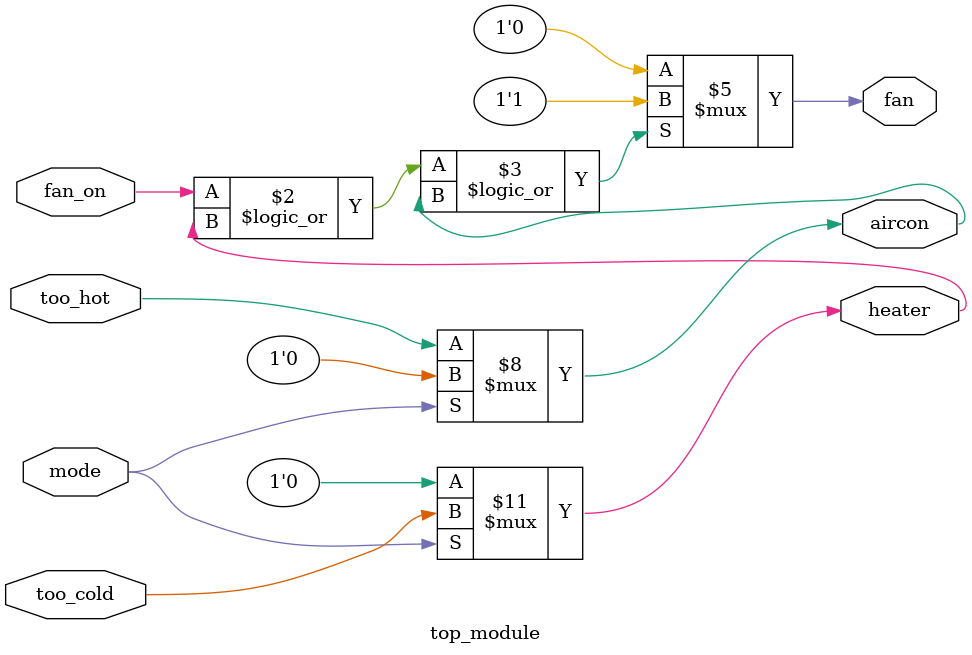
<source format=sv>
module top_module(
    input mode,
    input too_cold,
    input too_hot,
    input fan_on,
    output heater,
    output aircon,
    output fan
);

reg heater, aircon, fan;

always @(*)
begin
    if (mode)
    begin
        heater = too_cold;
        aircon = 0;
    end
    else
    begin
        heater = 0;
        aircon = too_hot;
    end

    if (fan_on || heater || aircon)
        fan = 1;
    else
        fan = 0;
end

endmodule

</source>
